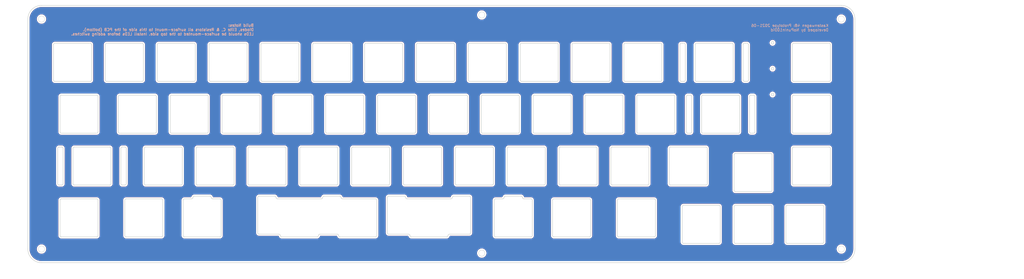
<source format=kicad_pcb>
(kicad_pcb (version 20171130) (host pcbnew "(5.1.9)-1")
  (layers (0 F.Cu signal) (31 B.Cu signal) (34 B.Paste user) (35 F.Paste user) (36 B.SilkS user) (37 F.SilkS user) (38 B.Mask user) (39 F.Mask user) (44 Edge.Cuts user))
  (net 0 "")
  (module MX_plate_cutouts:MX_7.00u_Reverse_1.00u_2.75u_2.25u_1.00u (layer F.Cu) (at 130.175 82.55)
    (fp_text reference REF**)
    (fp_text value "MX_7.00u Reverse 1.00u 2.75u 2.25u 1.00u")
    (fp_line (start 61.025 -7) (end 63.65 -7) (layer Edge.Cuts) (width 0.2))
    (fp_line (start -63.65 -7) (end -61.05 -7) (layer Edge.Cuts) (width 0.2))
    (fp_line (start -54.3 -8) (end -60.05 -8) (layer Edge.Cuts) (width 0.2))
    (fp_line (start 11.38075 6) (end 18.69375 6) (layer Edge.Cuts) (width 0.2))
    (fp_line (start 11.38075 -8) (end 17.13075 -8) (layer Edge.Cuts) (width 0.2))
    (fp_line (start 35.25675 -8) (end 41.00675 -8) (layer Edge.Cuts) (width 0.2))
    (fp_line (start 10.88075 -7.5) (end 10.88075 5.5) (layer Edge.Cuts) (width 0.2))
    (fp_line (start 41.50675 -7.5) (end 41.50675 5.5) (layer Edge.Cuts) (width 0.2))
    (fp_line (start 18.13075 -7) (end 34.25675 -7) (layer Edge.Cuts) (width 0.2))
    (fp_line (start 32.69375 7) (end 19.69375 7) (layer Edge.Cuts) (width 0.2))
    (fp_line (start 33.69375 6) (end 41.00675 6) (layer Edge.Cuts) (width 0.2))
    (fp_line (start -64.15 -6.5) (end -64.15 6.5) (layer Edge.Cuts) (width 0.2))
    (fp_line (start -50.15 6.5) (end -50.15 -6.5) (layer Edge.Cuts) (width 0.2))
    (fp_line (start -53.3 -7) (end -50.65 -7) (layer Edge.Cuts) (width 0.2))
    (fp_line (start 6.5 7) (end -6.5 7) (layer Edge.Cuts) (width 0.2))
    (fp_line (start 7 6.5) (end 7 -6.5) (layer Edge.Cuts) (width 0.2))
    (fp_line (start -5.61825 -7) (end 6.5 -7) (layer Edge.Cuts) (width 0.2))
    (fp_line (start 54.275 -8) (end 60.025 -8) (layer Edge.Cuts) (width 0.2))
    (fp_line (start 64.15 6.5) (end 64.15 -6.5) (layer Edge.Cuts) (width 0.2))
    (fp_line (start 50.15 -6.5) (end 50.15 6.5) (layer Edge.Cuts) (width 0.2))
    (fp_line (start 50.65 -7) (end 53.275 -7) (layer Edge.Cuts) (width 0.2))
    (fp_line (start 63.65 7) (end 50.65 7) (layer Edge.Cuts) (width 0.2))
    (fp_line (start -36.24425 6) (end -28.93125 6) (layer Edge.Cuts) (width 0.2))
    (fp_line (start -36.24425 -8) (end -30.49425 -8) (layer Edge.Cuts) (width 0.2))
    (fp_line (start -29.49425 -7) (end -13.36825 -7) (layer Edge.Cuts) (width 0.2))
    (fp_line (start -36.74425 -7.5) (end -36.74425 5.5) (layer Edge.Cuts) (width 0.2))
    (fp_line (start -14.93125 7) (end -27.93125 7) (layer Edge.Cuts) (width 0.2))
    (fp_line (start -12.36825 -8) (end -6.61825 -8) (layer Edge.Cuts) (width 0.2))
    (fp_line (start -13.93125 6) (end -7.5 6) (layer Edge.Cuts) (width 0.2))
    (fp_line (start -50.65 7) (end -63.65 7) (layer Edge.Cuts) (width 0.2))
    (fp_arc (start -53.3 -7.5) (end -53.8 -7.5) (angle -90) (layer Edge.Cuts) (width 0.2))
    (fp_arc (start -60.05 -7.5) (end -60.05 -8) (angle -90) (layer Edge.Cuts) (width 0.2))
    (fp_arc (start -61.05 -7.5) (end -61.05 -7) (angle -90) (layer Edge.Cuts) (width 0.2))
    (fp_arc (start -54.3 -7.5) (end -53.8 -7.5) (angle -90) (layer Edge.Cuts) (width 0.2))
    (fp_arc (start -6.61825 -7.5) (end -6.11825 -7.5) (angle -90) (layer Edge.Cuts) (width 0.2))
    (fp_arc (start -6.5 6.5) (end -7 6.5) (angle -90) (layer Edge.Cuts) (width 0.2))
    (fp_arc (start 53.275 -7.5) (end 53.275 -7) (angle -90) (layer Edge.Cuts) (width 0.2))
    (fp_arc (start 61.025 -7.5) (end 60.525 -7.5) (angle -90) (layer Edge.Cuts) (width 0.2))
    (fp_arc (start -29.49425 -7.5) (end -29.99425 -7.5) (angle -90) (layer Edge.Cuts) (width 0.2))
    (fp_arc (start -14.93125 6.5) (end -14.93125 7) (angle -90) (layer Edge.Cuts) (width 0.2))
    (fp_arc (start -13.36825 -7.5) (end -13.36825 -7) (angle -90) (layer Edge.Cuts) (width 0.2))
    (fp_arc (start -27.93125 6.5) (end -28.43125 6.5) (angle -90) (layer Edge.Cuts) (width 0.2))
    (fp_arc (start -36.24425 -7.5) (end -36.24425 -8) (angle -90) (layer Edge.Cuts) (width 0.2))
    (fp_arc (start -28.93125 6.5) (end -28.43125 6.5) (angle -90) (layer Edge.Cuts) (width 0.2))
    (fp_arc (start -36.24425 5.5) (end -36.74425 5.5) (angle -90) (layer Edge.Cuts) (width 0.2))
    (fp_arc (start -12.36825 -7.5) (end -12.36825 -8) (angle -90) (layer Edge.Cuts) (width 0.2))
    (fp_arc (start -7.5 6.5) (end -7 6.5) (angle -90) (layer Edge.Cuts) (width 0.2))
    (fp_arc (start -30.49425 -7.5) (end -29.99425 -7.5) (angle -90) (layer Edge.Cuts) (width 0.2))
    (fp_arc (start -13.93125 6.5) (end -13.93125 6) (angle -90) (layer Edge.Cuts) (width 0.2))
    (fp_arc (start 35.25675 -7.5) (end 35.25675 -8) (angle -90) (layer Edge.Cuts) (width 0.2))
    (fp_arc (start 11.38075 5.5) (end 10.88075 5.5) (angle -90) (layer Edge.Cuts) (width 0.2))
    (fp_arc (start 18.69375 6.5) (end 19.19375 6.5) (angle -90) (layer Edge.Cuts) (width 0.2))
    (fp_arc (start 41.00675 5.5) (end 41.00675 6) (angle -90) (layer Edge.Cuts) (width 0.2))
    (fp_arc (start 11.38075 -7.5) (end 11.38075 -8) (angle -90) (layer Edge.Cuts) (width 0.2))
    (fp_arc (start 32.69375 6.5) (end 32.69375 7) (angle -90) (layer Edge.Cuts) (width 0.2))
    (fp_arc (start 17.13075 -7.5) (end 17.63075 -7.5) (angle -90) (layer Edge.Cuts) (width 0.2))
    (fp_arc (start 18.13075 -7.5) (end 17.63075 -7.5) (angle -90) (layer Edge.Cuts) (width 0.2))
    (fp_arc (start 34.25675 -7.5) (end 34.25675 -7) (angle -90) (layer Edge.Cuts) (width 0.2))
    (fp_arc (start 19.69375 6.5) (end 19.19375 6.5) (angle -90) (layer Edge.Cuts) (width 0.2))
    (fp_arc (start 41.00675 -7.5) (end 41.50675 -7.5) (angle -90) (layer Edge.Cuts) (width 0.2))
    (fp_arc (start 33.69375 6.5) (end 33.69375 6) (angle -90) (layer Edge.Cuts) (width 0.2))
    (fp_arc (start 50.65 -6.5) (end 50.65 -7) (angle -90) (layer Edge.Cuts) (width 0.2))
    (fp_arc (start 63.65 6.5) (end 63.65 7) (angle -90) (layer Edge.Cuts) (width 0.2))
    (fp_arc (start 50.65 6.5) (end 50.15 6.5) (angle -90) (layer Edge.Cuts) (width 0.2))
    (fp_arc (start 63.65 -6.5) (end 64.15 -6.5) (angle -90) (layer Edge.Cuts) (width 0.2))
    (fp_arc (start -50.65 -6.5) (end -50.15 -6.5) (angle -90) (layer Edge.Cuts) (width 0.2))
    (fp_arc (start -63.65 6.5) (end -64.15 6.5) (angle -90) (layer Edge.Cuts) (width 0.2))
    (fp_arc (start -63.65 -6.5) (end -63.65 -7) (angle -90) (layer Edge.Cuts) (width 0.2))
    (fp_arc (start -50.65 6.5) (end -50.65 7) (angle -90) (layer Edge.Cuts) (width 0.2))
    (fp_arc (start 60.025 -7.5) (end 60.525 -7.5) (angle -90) (layer Edge.Cuts) (width 0.2))
    (fp_arc (start 54.275 -7.5) (end 54.275 -8) (angle -90) (layer Edge.Cuts) (width 0.2))
    (fp_arc (start 6.5 -6.5) (end 7 -6.5) (angle -90) (layer Edge.Cuts) (width 0.2))
    (fp_arc (start 6.5 6.5) (end 6.5 7) (angle -90) (layer Edge.Cuts) (width 0.2))
    (fp_arc (start -5.61825 -7.5) (end -6.11825 -7.5) (angle -90) (layer Edge.Cuts) (width 0.2))
  )
  (module MX_plate_cutouts:MX_1.00u_Cutout (layer F.Cu) (at 296.8625 25.4)
    (fp_text reference REF**)
    (fp_text value "MX_1.00u Cutout")
    (fp_line (start -6.5 -7) (end 6.5 -7) (layer Edge.Cuts) (width 0.2))
    (fp_line (start -7 -6.5) (end -7 6.5) (layer Edge.Cuts) (width 0.2))
    (fp_line (start 7 6.5) (end 7 -6.5) (layer Edge.Cuts) (width 0.2))
    (fp_line (start 6.5 7) (end -6.5 7) (layer Edge.Cuts) (width 0.2))
    (fp_arc (start -6.5 6.5) (end -7 6.5) (angle -90) (layer Edge.Cuts) (width 0.2))
    (fp_arc (start 6.5 -6.5) (end 7 -6.5) (angle -90) (layer Edge.Cuts) (width 0.2))
    (fp_arc (start 6.5 6.5) (end 6.5 7) (angle -90) (layer Edge.Cuts) (width 0.2))
    (fp_arc (start -6.5 -6.5) (end -6.5 -7) (angle -90) (layer Edge.Cuts) (width 0.2))
  )
  (module MX_plate_cutouts:MX_1.00u_Cutout (layer F.Cu) (at 296.8625 44.45)
    (fp_text reference REF**)
    (fp_text value "MX_1.00u Cutout")
    (fp_line (start -6.5 -7) (end 6.5 -7) (layer Edge.Cuts) (width 0.2))
    (fp_line (start -7 -6.5) (end -7 6.5) (layer Edge.Cuts) (width 0.2))
    (fp_line (start 7 6.5) (end 7 -6.5) (layer Edge.Cuts) (width 0.2))
    (fp_line (start 6.5 7) (end -6.5 7) (layer Edge.Cuts) (width 0.2))
    (fp_arc (start -6.5 6.5) (end -7 6.5) (angle -90) (layer Edge.Cuts) (width 0.2))
    (fp_arc (start 6.5 -6.5) (end 7 -6.5) (angle -90) (layer Edge.Cuts) (width 0.2))
    (fp_arc (start 6.5 6.5) (end 6.5 7) (angle -90) (layer Edge.Cuts) (width 0.2))
    (fp_arc (start -6.5 -6.5) (end -6.5 -7) (angle -90) (layer Edge.Cuts) (width 0.2))
  )
  (module MX_plate_cutouts:MX_1.00u_Cutout (layer F.Cu) (at 296.8625 63.5)
    (fp_text reference REF**)
    (fp_text value "MX_1.00u Cutout")
    (fp_line (start -6.5 -7) (end 6.5 -7) (layer Edge.Cuts) (width 0.2))
    (fp_line (start -7 -6.5) (end -7 6.5) (layer Edge.Cuts) (width 0.2))
    (fp_line (start 7 6.5) (end 7 -6.5) (layer Edge.Cuts) (width 0.2))
    (fp_line (start 6.5 7) (end -6.5 7) (layer Edge.Cuts) (width 0.2))
    (fp_arc (start -6.5 6.5) (end -7 6.5) (angle -90) (layer Edge.Cuts) (width 0.2))
    (fp_arc (start 6.5 -6.5) (end 7 -6.5) (angle -90) (layer Edge.Cuts) (width 0.2))
    (fp_arc (start 6.5 6.5) (end 6.5 7) (angle -90) (layer Edge.Cuts) (width 0.2))
    (fp_arc (start -6.5 -6.5) (end -6.5 -7) (angle -90) (layer Edge.Cuts) (width 0.2))
  )
  (module MX_plate_cutouts:MX_1.00u_Cutout (layer F.Cu) (at 294.48125 84.93125)
    (fp_text reference REF**)
    (fp_text value "MX_1.00u Cutout")
    (fp_line (start -6.5 -7) (end 6.5 -7) (layer Edge.Cuts) (width 0.2))
    (fp_line (start -7 -6.5) (end -7 6.5) (layer Edge.Cuts) (width 0.2))
    (fp_line (start 7 6.5) (end 7 -6.5) (layer Edge.Cuts) (width 0.2))
    (fp_line (start 6.5 7) (end -6.5 7) (layer Edge.Cuts) (width 0.2))
    (fp_arc (start -6.5 6.5) (end -7 6.5) (angle -90) (layer Edge.Cuts) (width 0.2))
    (fp_arc (start 6.5 -6.5) (end 7 -6.5) (angle -90) (layer Edge.Cuts) (width 0.2))
    (fp_arc (start 6.5 6.5) (end 6.5 7) (angle -90) (layer Edge.Cuts) (width 0.2))
    (fp_arc (start -6.5 -6.5) (end -6.5 -7) (angle -90) (layer Edge.Cuts) (width 0.2))
  )
  (module MX_plate_cutouts:MX_1.00u_Cutout (layer F.Cu) (at 256.38125 84.93125)
    (fp_text reference REF**)
    (fp_text value "MX_1.00u Cutout")
    (fp_line (start -6.5 -7) (end 6.5 -7) (layer Edge.Cuts) (width 0.2))
    (fp_line (start -7 -6.5) (end -7 6.5) (layer Edge.Cuts) (width 0.2))
    (fp_line (start 7 6.5) (end 7 -6.5) (layer Edge.Cuts) (width 0.2))
    (fp_line (start 6.5 7) (end -6.5 7) (layer Edge.Cuts) (width 0.2))
    (fp_arc (start -6.5 6.5) (end -7 6.5) (angle -90) (layer Edge.Cuts) (width 0.2))
    (fp_arc (start 6.5 -6.5) (end 7 -6.5) (angle -90) (layer Edge.Cuts) (width 0.2))
    (fp_arc (start 6.5 6.5) (end 6.5 7) (angle -90) (layer Edge.Cuts) (width 0.2))
    (fp_arc (start -6.5 -6.5) (end -6.5 -7) (angle -90) (layer Edge.Cuts) (width 0.2))
  )
  (module MX_plate_cutouts:MX_1.00u_Cutout (layer F.Cu) (at 275.43125 84.93125)
    (fp_text reference REF**)
    (fp_text value "MX_1.00u Cutout")
    (fp_line (start -6.5 -7) (end 6.5 -7) (layer Edge.Cuts) (width 0.2))
    (fp_line (start -7 -6.5) (end -7 6.5) (layer Edge.Cuts) (width 0.2))
    (fp_line (start 7 6.5) (end 7 -6.5) (layer Edge.Cuts) (width 0.2))
    (fp_line (start 6.5 7) (end -6.5 7) (layer Edge.Cuts) (width 0.2))
    (fp_arc (start -6.5 6.5) (end -7 6.5) (angle -90) (layer Edge.Cuts) (width 0.2))
    (fp_arc (start 6.5 -6.5) (end 7 -6.5) (angle -90) (layer Edge.Cuts) (width 0.2))
    (fp_arc (start 6.5 6.5) (end 6.5 7) (angle -90) (layer Edge.Cuts) (width 0.2))
    (fp_arc (start -6.5 -6.5) (end -6.5 -7) (angle -90) (layer Edge.Cuts) (width 0.2))
  )
  (module MX_plate_cutouts:MX_1.00u_Cutout (layer F.Cu) (at 275.43125 65.88125)
    (fp_text reference REF**)
    (fp_text value "MX_1.00u Cutout")
    (fp_line (start -6.5 -7) (end 6.5 -7) (layer Edge.Cuts) (width 0.2))
    (fp_line (start -7 -6.5) (end -7 6.5) (layer Edge.Cuts) (width 0.2))
    (fp_line (start 7 6.5) (end 7 -6.5) (layer Edge.Cuts) (width 0.2))
    (fp_line (start 6.5 7) (end -6.5 7) (layer Edge.Cuts) (width 0.2))
    (fp_arc (start -6.5 6.5) (end -7 6.5) (angle -90) (layer Edge.Cuts) (width 0.2))
    (fp_arc (start 6.5 -6.5) (end 7 -6.5) (angle -90) (layer Edge.Cuts) (width 0.2))
    (fp_arc (start 6.5 6.5) (end 6.5 7) (angle -90) (layer Edge.Cuts) (width 0.2))
    (fp_arc (start -6.5 -6.5) (end -6.5 -7) (angle -90) (layer Edge.Cuts) (width 0.2))
  )
  (module MX_plate_cutouts:MX_1.25u_Cutout (layer F.Cu) (at 208.75625 82.55)
    (fp_text reference REF**)
    (fp_text value "MX_1.25u Cutout")
    (fp_line (start 6.5 7) (end -6.5 7) (layer Edge.Cuts) (width 0.2))
    (fp_line (start 7 6.5) (end 7 -6.5) (layer Edge.Cuts) (width 0.2))
    (fp_line (start -7 -6.5) (end -7 6.5) (layer Edge.Cuts) (width 0.2))
    (fp_line (start -6.5 -7) (end 6.5 -7) (layer Edge.Cuts) (width 0.2))
    (fp_arc (start -6.5 6.5) (end -7 6.5) (angle -90) (layer Edge.Cuts) (width 0.2))
    (fp_arc (start 6.5 -6.5) (end 7 -6.5) (angle -90) (layer Edge.Cuts) (width 0.2))
    (fp_arc (start 6.5 6.5) (end 6.5 7) (angle -90) (layer Edge.Cuts) (width 0.2))
    (fp_arc (start -6.5 -6.5) (end -6.5 -7) (angle -90) (layer Edge.Cuts) (width 0.2))
  )
  (module MX_plate_cutouts:MX_1.25u_Cutout (layer F.Cu) (at 232.56875 82.55)
    (fp_text reference REF**)
    (fp_text value "MX_1.25u Cutout")
    (fp_line (start 6.5 7) (end -6.5 7) (layer Edge.Cuts) (width 0.2))
    (fp_line (start 7 6.5) (end 7 -6.5) (layer Edge.Cuts) (width 0.2))
    (fp_line (start -7 -6.5) (end -7 6.5) (layer Edge.Cuts) (width 0.2))
    (fp_line (start -6.5 -7) (end 6.5 -7) (layer Edge.Cuts) (width 0.2))
    (fp_arc (start -6.5 6.5) (end -7 6.5) (angle -90) (layer Edge.Cuts) (width 0.2))
    (fp_arc (start 6.5 -6.5) (end 7 -6.5) (angle -90) (layer Edge.Cuts) (width 0.2))
    (fp_arc (start 6.5 6.5) (end 6.5 7) (angle -90) (layer Edge.Cuts) (width 0.2))
    (fp_arc (start -6.5 -6.5) (end -6.5 -7) (angle -90) (layer Edge.Cuts) (width 0.2))
  )
  (module MX_plate_cutouts:MX_1.25u_Cutout (layer F.Cu) (at 51.59375 82.55)
    (fp_text reference REF**)
    (fp_text value "MX_1.25u Cutout")
    (fp_line (start 6.5 7) (end -6.5 7) (layer Edge.Cuts) (width 0.2))
    (fp_line (start 7 6.5) (end 7 -6.5) (layer Edge.Cuts) (width 0.2))
    (fp_line (start -7 -6.5) (end -7 6.5) (layer Edge.Cuts) (width 0.2))
    (fp_line (start -6.5 -7) (end 6.5 -7) (layer Edge.Cuts) (width 0.2))
    (fp_arc (start -6.5 6.5) (end -7 6.5) (angle -90) (layer Edge.Cuts) (width 0.2))
    (fp_arc (start 6.5 -6.5) (end 7 -6.5) (angle -90) (layer Edge.Cuts) (width 0.2))
    (fp_arc (start 6.5 6.5) (end 6.5 7) (angle -90) (layer Edge.Cuts) (width 0.2))
    (fp_arc (start -6.5 -6.5) (end -6.5 -7) (angle -90) (layer Edge.Cuts) (width 0.2))
  )
  (module MX_plate_cutouts:MX_1.25u_Cutout (layer F.Cu) (at 27.78125 82.55)
    (fp_text reference REF**)
    (fp_text value "MX_1.25u Cutout")
    (fp_line (start 6.5 7) (end -6.5 7) (layer Edge.Cuts) (width 0.2))
    (fp_line (start 7 6.5) (end 7 -6.5) (layer Edge.Cuts) (width 0.2))
    (fp_line (start -7 -6.5) (end -7 6.5) (layer Edge.Cuts) (width 0.2))
    (fp_line (start -6.5 -7) (end 6.5 -7) (layer Edge.Cuts) (width 0.2))
    (fp_arc (start -6.5 6.5) (end -7 6.5) (angle -90) (layer Edge.Cuts) (width 0.2))
    (fp_arc (start 6.5 -6.5) (end 7 -6.5) (angle -90) (layer Edge.Cuts) (width 0.2))
    (fp_arc (start 6.5 6.5) (end 6.5 7) (angle -90) (layer Edge.Cuts) (width 0.2))
    (fp_arc (start -6.5 -6.5) (end -6.5 -7) (angle -90) (layer Edge.Cuts) (width 0.2))
  )
  (module MX_plate_cutouts:MX_1.25u_Cutout (layer F.Cu) (at 27.78125 44.45)
    (fp_text reference REF**)
    (fp_text value "MX_1.25u Cutout")
    (fp_line (start 6.5 7) (end -6.5 7) (layer Edge.Cuts) (width 0.2))
    (fp_line (start 7 6.5) (end 7 -6.5) (layer Edge.Cuts) (width 0.2))
    (fp_line (start -7 -6.5) (end -7 6.5) (layer Edge.Cuts) (width 0.2))
    (fp_line (start -6.5 -7) (end 6.5 -7) (layer Edge.Cuts) (width 0.2))
    (fp_arc (start -6.5 6.5) (end -7 6.5) (angle -90) (layer Edge.Cuts) (width 0.2))
    (fp_arc (start 6.5 -6.5) (end 7 -6.5) (angle -90) (layer Edge.Cuts) (width 0.2))
    (fp_arc (start 6.5 6.5) (end 6.5 7) (angle -90) (layer Edge.Cuts) (width 0.2))
    (fp_arc (start -6.5 -6.5) (end -6.5 -7) (angle -90) (layer Edge.Cuts) (width 0.2))
  )
  (module MX_plate_cutouts:MX_1.25u_Cutout (layer F.Cu) (at 251.61875 63.5)
    (fp_text reference REF**)
    (fp_text value "MX_1.25u Cutout")
    (fp_line (start 6.5 7) (end -6.5 7) (layer Edge.Cuts) (width 0.2))
    (fp_line (start 7 6.5) (end 7 -6.5) (layer Edge.Cuts) (width 0.2))
    (fp_line (start -7 -6.5) (end -7 6.5) (layer Edge.Cuts) (width 0.2))
    (fp_line (start -6.5 -7) (end 6.5 -7) (layer Edge.Cuts) (width 0.2))
    (fp_arc (start -6.5 6.5) (end -7 6.5) (angle -90) (layer Edge.Cuts) (width 0.2))
    (fp_arc (start 6.5 -6.5) (end 7 -6.5) (angle -90) (layer Edge.Cuts) (width 0.2))
    (fp_arc (start 6.5 6.5) (end 6.5 7) (angle -90) (layer Edge.Cuts) (width 0.2))
    (fp_arc (start -6.5 -6.5) (end -6.5 -7) (angle -90) (layer Edge.Cuts) (width 0.2))
  )
  (module MX_plate_cutouts:MX_1.50u_Cutout (layer F.Cu) (at 263.525 44.45)
    (fp_text reference REF**)
    (fp_text value "MX_1.50u Cutout")
    (fp_line (start 6.5 7) (end -6.5 7) (layer Edge.Cuts) (width 0.2))
    (fp_line (start 7 6.5) (end 7 -6.5) (layer Edge.Cuts) (width 0.2))
    (fp_line (start -7 -6.5) (end -7 6.5) (layer Edge.Cuts) (width 0.2))
    (fp_line (start -6.5 -7) (end 6.5 -7) (layer Edge.Cuts) (width 0.2))
    (fp_line (start -10.6 -6.5) (end -10.6 6.5) (layer Edge.Cuts) (width 0.2))
    (fp_line (start -12.6 -6.5) (end -12.6 6.5) (layer Edge.Cuts) (width 0.2))
    (fp_line (start -12.1 -7) (end -11.1 -7) (layer Edge.Cuts) (width 0.2))
    (fp_line (start -12.1 7) (end -11.1 7) (layer Edge.Cuts) (width 0.2))
    (fp_line (start 12.1 7) (end 11.1 7) (layer Edge.Cuts) (width 0.2))
    (fp_line (start 12.1 -7) (end 11.1 -7) (layer Edge.Cuts) (width 0.2))
    (fp_line (start 10.6 6.5) (end 10.6 -6.5) (layer Edge.Cuts) (width 0.2))
    (fp_line (start 12.6 6.5) (end 12.6 -6.5) (layer Edge.Cuts) (width 0.2))
    (fp_arc (start 12.1 6.5) (end 12.1 7) (angle -90) (layer Edge.Cuts) (width 0.2))
    (fp_arc (start 11.1 -6.5) (end 11.1 -7) (angle -90) (layer Edge.Cuts) (width 0.2))
    (fp_arc (start 11.1 6.5) (end 10.6 6.5) (angle -90) (layer Edge.Cuts) (width 0.2))
    (fp_arc (start 12.1 -6.5) (end 12.6 -6.5) (angle -90) (layer Edge.Cuts) (width 0.2))
    (fp_arc (start -11.1 -6.5) (end -10.6 -6.5) (angle -90) (layer Edge.Cuts) (width 0.2))
    (fp_arc (start -12.1 6.5) (end -12.6 6.5) (angle -90) (layer Edge.Cuts) (width 0.2))
    (fp_arc (start -11.1 6.5) (end -11.1 7) (angle -90) (layer Edge.Cuts) (width 0.2))
    (fp_arc (start -12.1 -6.5) (end -12.1 -7) (angle -90) (layer Edge.Cuts) (width 0.2))
    (fp_arc (start -6.5 6.5) (end -7 6.5) (angle -90) (layer Edge.Cuts) (width 0.2))
    (fp_arc (start 6.5 -6.5) (end 7 -6.5) (angle -90) (layer Edge.Cuts) (width 0.2))
    (fp_arc (start 6.5 6.5) (end 6.5 7) (angle -90) (layer Edge.Cuts) (width 0.2))
    (fp_arc (start -6.5 -6.5) (end -6.5 -7) (angle -90) (layer Edge.Cuts) (width 0.2))
  )
  (module MX_plate_cutouts:MX_1.75u_Cutout (layer F.Cu) (at 261.14375 25.4)
    (fp_text reference REF**)
    (fp_text value "MX_1.75u Cutout")
    (fp_line (start 6.5 7) (end -6.5 7) (layer Edge.Cuts) (width 0.2))
    (fp_line (start 7 6.5) (end 7 -6.5) (layer Edge.Cuts) (width 0.2))
    (fp_line (start -7 -6.5) (end -7 6.5) (layer Edge.Cuts) (width 0.2))
    (fp_line (start -6.5 -7) (end 6.5 -7) (layer Edge.Cuts) (width 0.2))
    (fp_line (start -10.6 -6.5) (end -10.6 6.5) (layer Edge.Cuts) (width 0.2))
    (fp_line (start -12.6 -6.5) (end -12.6 6.5) (layer Edge.Cuts) (width 0.2))
    (fp_line (start -12.1 -7) (end -11.1 -7) (layer Edge.Cuts) (width 0.2))
    (fp_line (start -12.1 7) (end -11.1 7) (layer Edge.Cuts) (width 0.2))
    (fp_line (start 12.1 7) (end 11.1 7) (layer Edge.Cuts) (width 0.2))
    (fp_line (start 12.1 -7) (end 11.1 -7) (layer Edge.Cuts) (width 0.2))
    (fp_line (start 10.6 6.5) (end 10.6 -6.5) (layer Edge.Cuts) (width 0.2))
    (fp_line (start 12.6 6.5) (end 12.6 -6.5) (layer Edge.Cuts) (width 0.2))
    (fp_arc (start 12.1 6.5) (end 12.1 7) (angle -90) (layer Edge.Cuts) (width 0.2))
    (fp_arc (start 11.1 -6.5) (end 11.1 -7) (angle -90) (layer Edge.Cuts) (width 0.2))
    (fp_arc (start 11.1 6.5) (end 10.6 6.5) (angle -90) (layer Edge.Cuts) (width 0.2))
    (fp_arc (start 12.1 -6.5) (end 12.6 -6.5) (angle -90) (layer Edge.Cuts) (width 0.2))
    (fp_arc (start -11.1 -6.5) (end -10.6 -6.5) (angle -90) (layer Edge.Cuts) (width 0.2))
    (fp_arc (start -12.1 6.5) (end -12.6 6.5) (angle -90) (layer Edge.Cuts) (width 0.2))
    (fp_arc (start -11.1 6.5) (end -11.1 7) (angle -90) (layer Edge.Cuts) (width 0.2))
    (fp_arc (start -12.1 -6.5) (end -12.1 -7) (angle -90) (layer Edge.Cuts) (width 0.2))
    (fp_arc (start -6.5 6.5) (end -7 6.5) (angle -90) (layer Edge.Cuts) (width 0.2))
    (fp_arc (start 6.5 -6.5) (end 7 -6.5) (angle -90) (layer Edge.Cuts) (width 0.2))
    (fp_arc (start 6.5 6.5) (end 6.5 7) (angle -90) (layer Edge.Cuts) (width 0.2))
    (fp_arc (start -6.5 -6.5) (end -6.5 -7) (angle -90) (layer Edge.Cuts) (width 0.2))
  )
  (module MX_plate_cutouts:MX_1.75u_Cutout (layer F.Cu) (at 32.54375 63.5)
    (fp_text reference REF**)
    (fp_text value "MX_1.75u Cutout")
    (fp_line (start 6.5 7) (end -6.5 7) (layer Edge.Cuts) (width 0.2))
    (fp_line (start 7 6.5) (end 7 -6.5) (layer Edge.Cuts) (width 0.2))
    (fp_line (start -7 -6.5) (end -7 6.5) (layer Edge.Cuts) (width 0.2))
    (fp_line (start -6.5 -7) (end 6.5 -7) (layer Edge.Cuts) (width 0.2))
    (fp_line (start -10.6 -6.5) (end -10.6 6.5) (layer Edge.Cuts) (width 0.2))
    (fp_line (start -12.6 -6.5) (end -12.6 6.5) (layer Edge.Cuts) (width 0.2))
    (fp_line (start -12.1 -7) (end -11.1 -7) (layer Edge.Cuts) (width 0.2))
    (fp_line (start -12.1 7) (end -11.1 7) (layer Edge.Cuts) (width 0.2))
    (fp_line (start 12.1 7) (end 11.1 7) (layer Edge.Cuts) (width 0.2))
    (fp_line (start 12.1 -7) (end 11.1 -7) (layer Edge.Cuts) (width 0.2))
    (fp_line (start 10.6 6.5) (end 10.6 -6.5) (layer Edge.Cuts) (width 0.2))
    (fp_line (start 12.6 6.5) (end 12.6 -6.5) (layer Edge.Cuts) (width 0.2))
    (fp_arc (start 12.1 6.5) (end 12.1 7) (angle -90) (layer Edge.Cuts) (width 0.2))
    (fp_arc (start 11.1 -6.5) (end 11.1 -7) (angle -90) (layer Edge.Cuts) (width 0.2))
    (fp_arc (start 11.1 6.5) (end 10.6 6.5) (angle -90) (layer Edge.Cuts) (width 0.2))
    (fp_arc (start 12.1 -6.5) (end 12.6 -6.5) (angle -90) (layer Edge.Cuts) (width 0.2))
    (fp_arc (start -11.1 -6.5) (end -10.6 -6.5) (angle -90) (layer Edge.Cuts) (width 0.2))
    (fp_arc (start -12.1 6.5) (end -12.6 6.5) (angle -90) (layer Edge.Cuts) (width 0.2))
    (fp_arc (start -11.1 6.5) (end -11.1 7) (angle -90) (layer Edge.Cuts) (width 0.2))
    (fp_arc (start -12.1 -6.5) (end -12.1 -7) (angle -90) (layer Edge.Cuts) (width 0.2))
    (fp_arc (start -6.5 6.5) (end -7 6.5) (angle -90) (layer Edge.Cuts) (width 0.2))
    (fp_arc (start 6.5 -6.5) (end 7 -6.5) (angle -90) (layer Edge.Cuts) (width 0.2))
    (fp_arc (start 6.5 6.5) (end 6.5 7) (angle -90) (layer Edge.Cuts) (width 0.2))
    (fp_arc (start -6.5 -6.5) (end -6.5 -7) (angle -90) (layer Edge.Cuts) (width 0.2))
  )
  (module MX_plate_cutouts:MX_1.00u_Cutout (layer F.Cu) (at 96.8375 63.5)
    (fp_text reference REF**)
    (fp_text value "MX_1.00u Cutout")
    (fp_line (start -6.5 -7) (end 6.5 -7) (layer Edge.Cuts) (width 0.2))
    (fp_line (start -7 -6.5) (end -7 6.5) (layer Edge.Cuts) (width 0.2))
    (fp_line (start 7 6.5) (end 7 -6.5) (layer Edge.Cuts) (width 0.2))
    (fp_line (start 6.5 7) (end -6.5 7) (layer Edge.Cuts) (width 0.2))
    (fp_arc (start -6.5 6.5) (end -7 6.5) (angle -90) (layer Edge.Cuts) (width 0.2))
    (fp_arc (start 6.5 -6.5) (end 7 -6.5) (angle -90) (layer Edge.Cuts) (width 0.2))
    (fp_arc (start 6.5 6.5) (end 6.5 7) (angle -90) (layer Edge.Cuts) (width 0.2))
    (fp_arc (start -6.5 -6.5) (end -6.5 -7) (angle -90) (layer Edge.Cuts) (width 0.2))
  )
  (module MX_plate_cutouts:MX_1.00u_Cutout (layer F.Cu) (at 77.7875 63.5)
    (fp_text reference REF**)
    (fp_text value "MX_1.00u Cutout")
    (fp_line (start -6.5 -7) (end 6.5 -7) (layer Edge.Cuts) (width 0.2))
    (fp_line (start -7 -6.5) (end -7 6.5) (layer Edge.Cuts) (width 0.2))
    (fp_line (start 7 6.5) (end 7 -6.5) (layer Edge.Cuts) (width 0.2))
    (fp_line (start 6.5 7) (end -6.5 7) (layer Edge.Cuts) (width 0.2))
    (fp_arc (start -6.5 6.5) (end -7 6.5) (angle -90) (layer Edge.Cuts) (width 0.2))
    (fp_arc (start 6.5 -6.5) (end 7 -6.5) (angle -90) (layer Edge.Cuts) (width 0.2))
    (fp_arc (start 6.5 6.5) (end 6.5 7) (angle -90) (layer Edge.Cuts) (width 0.2))
    (fp_arc (start -6.5 -6.5) (end -6.5 -7) (angle -90) (layer Edge.Cuts) (width 0.2))
  )
  (module MX_plate_cutouts:MX_1.00u_Cutout (layer F.Cu) (at 153.9875 63.5)
    (fp_text reference REF**)
    (fp_text value "MX_1.00u Cutout")
    (fp_line (start -6.5 -7) (end 6.5 -7) (layer Edge.Cuts) (width 0.2))
    (fp_line (start -7 -6.5) (end -7 6.5) (layer Edge.Cuts) (width 0.2))
    (fp_line (start 7 6.5) (end 7 -6.5) (layer Edge.Cuts) (width 0.2))
    (fp_line (start 6.5 7) (end -6.5 7) (layer Edge.Cuts) (width 0.2))
    (fp_arc (start -6.5 6.5) (end -7 6.5) (angle -90) (layer Edge.Cuts) (width 0.2))
    (fp_arc (start 6.5 -6.5) (end 7 -6.5) (angle -90) (layer Edge.Cuts) (width 0.2))
    (fp_arc (start 6.5 6.5) (end 6.5 7) (angle -90) (layer Edge.Cuts) (width 0.2))
    (fp_arc (start -6.5 -6.5) (end -6.5 -7) (angle -90) (layer Edge.Cuts) (width 0.2))
  )
  (module MX_plate_cutouts:MX_1.00u_Cutout (layer F.Cu) (at 115.8875 63.5)
    (fp_text reference REF**)
    (fp_text value "MX_1.00u Cutout")
    (fp_line (start -6.5 -7) (end 6.5 -7) (layer Edge.Cuts) (width 0.2))
    (fp_line (start -7 -6.5) (end -7 6.5) (layer Edge.Cuts) (width 0.2))
    (fp_line (start 7 6.5) (end 7 -6.5) (layer Edge.Cuts) (width 0.2))
    (fp_line (start 6.5 7) (end -6.5 7) (layer Edge.Cuts) (width 0.2))
    (fp_arc (start -6.5 6.5) (end -7 6.5) (angle -90) (layer Edge.Cuts) (width 0.2))
    (fp_arc (start 6.5 -6.5) (end 7 -6.5) (angle -90) (layer Edge.Cuts) (width 0.2))
    (fp_arc (start 6.5 6.5) (end 6.5 7) (angle -90) (layer Edge.Cuts) (width 0.2))
    (fp_arc (start -6.5 -6.5) (end -6.5 -7) (angle -90) (layer Edge.Cuts) (width 0.2))
  )
  (module MX_plate_cutouts:MX_1.00u_Cutout (layer F.Cu) (at 134.9375 63.5)
    (fp_text reference REF**)
    (fp_text value "MX_1.00u Cutout")
    (fp_line (start -6.5 -7) (end 6.5 -7) (layer Edge.Cuts) (width 0.2))
    (fp_line (start -7 -6.5) (end -7 6.5) (layer Edge.Cuts) (width 0.2))
    (fp_line (start 7 6.5) (end 7 -6.5) (layer Edge.Cuts) (width 0.2))
    (fp_line (start 6.5 7) (end -6.5 7) (layer Edge.Cuts) (width 0.2))
    (fp_arc (start -6.5 6.5) (end -7 6.5) (angle -90) (layer Edge.Cuts) (width 0.2))
    (fp_arc (start 6.5 -6.5) (end 7 -6.5) (angle -90) (layer Edge.Cuts) (width 0.2))
    (fp_arc (start 6.5 6.5) (end 6.5 7) (angle -90) (layer Edge.Cuts) (width 0.2))
    (fp_arc (start -6.5 -6.5) (end -6.5 -7) (angle -90) (layer Edge.Cuts) (width 0.2))
  )
  (module MX_plate_cutouts:MX_1.00u_Cutout (layer F.Cu) (at 173.0375 63.5)
    (fp_text reference REF**)
    (fp_text value "MX_1.00u Cutout")
    (fp_line (start -6.5 -7) (end 6.5 -7) (layer Edge.Cuts) (width 0.2))
    (fp_line (start -7 -6.5) (end -7 6.5) (layer Edge.Cuts) (width 0.2))
    (fp_line (start 7 6.5) (end 7 -6.5) (layer Edge.Cuts) (width 0.2))
    (fp_line (start 6.5 7) (end -6.5 7) (layer Edge.Cuts) (width 0.2))
    (fp_arc (start -6.5 6.5) (end -7 6.5) (angle -90) (layer Edge.Cuts) (width 0.2))
    (fp_arc (start 6.5 -6.5) (end 7 -6.5) (angle -90) (layer Edge.Cuts) (width 0.2))
    (fp_arc (start 6.5 6.5) (end 6.5 7) (angle -90) (layer Edge.Cuts) (width 0.2))
    (fp_arc (start -6.5 -6.5) (end -6.5 -7) (angle -90) (layer Edge.Cuts) (width 0.2))
  )
  (module MX_plate_cutouts:MX_1.00u_Cutout (layer F.Cu) (at 211.1375 63.5)
    (fp_text reference REF**)
    (fp_text value "MX_1.00u Cutout")
    (fp_line (start -6.5 -7) (end 6.5 -7) (layer Edge.Cuts) (width 0.2))
    (fp_line (start -7 -6.5) (end -7 6.5) (layer Edge.Cuts) (width 0.2))
    (fp_line (start 7 6.5) (end 7 -6.5) (layer Edge.Cuts) (width 0.2))
    (fp_line (start 6.5 7) (end -6.5 7) (layer Edge.Cuts) (width 0.2))
    (fp_arc (start -6.5 6.5) (end -7 6.5) (angle -90) (layer Edge.Cuts) (width 0.2))
    (fp_arc (start 6.5 -6.5) (end 7 -6.5) (angle -90) (layer Edge.Cuts) (width 0.2))
    (fp_arc (start 6.5 6.5) (end 6.5 7) (angle -90) (layer Edge.Cuts) (width 0.2))
    (fp_arc (start -6.5 -6.5) (end -6.5 -7) (angle -90) (layer Edge.Cuts) (width 0.2))
  )
  (module MX_plate_cutouts:MX_1.00u_Cutout (layer F.Cu) (at 192.0875 63.5)
    (fp_text reference REF**)
    (fp_text value "MX_1.00u Cutout")
    (fp_line (start -6.5 -7) (end 6.5 -7) (layer Edge.Cuts) (width 0.2))
    (fp_line (start -7 -6.5) (end -7 6.5) (layer Edge.Cuts) (width 0.2))
    (fp_line (start 7 6.5) (end 7 -6.5) (layer Edge.Cuts) (width 0.2))
    (fp_line (start 6.5 7) (end -6.5 7) (layer Edge.Cuts) (width 0.2))
    (fp_arc (start -6.5 6.5) (end -7 6.5) (angle -90) (layer Edge.Cuts) (width 0.2))
    (fp_arc (start 6.5 -6.5) (end 7 -6.5) (angle -90) (layer Edge.Cuts) (width 0.2))
    (fp_arc (start 6.5 6.5) (end 6.5 7) (angle -90) (layer Edge.Cuts) (width 0.2))
    (fp_arc (start -6.5 -6.5) (end -6.5 -7) (angle -90) (layer Edge.Cuts) (width 0.2))
  )
  (module MX_plate_cutouts:MX_1.00u_Cutout (layer F.Cu) (at 58.7375 63.5)
    (fp_text reference REF**)
    (fp_text value "MX_1.00u Cutout")
    (fp_line (start -6.5 -7) (end 6.5 -7) (layer Edge.Cuts) (width 0.2))
    (fp_line (start -7 -6.5) (end -7 6.5) (layer Edge.Cuts) (width 0.2))
    (fp_line (start 7 6.5) (end 7 -6.5) (layer Edge.Cuts) (width 0.2))
    (fp_line (start 6.5 7) (end -6.5 7) (layer Edge.Cuts) (width 0.2))
    (fp_arc (start -6.5 6.5) (end -7 6.5) (angle -90) (layer Edge.Cuts) (width 0.2))
    (fp_arc (start 6.5 -6.5) (end 7 -6.5) (angle -90) (layer Edge.Cuts) (width 0.2))
    (fp_arc (start 6.5 6.5) (end 6.5 7) (angle -90) (layer Edge.Cuts) (width 0.2))
    (fp_arc (start -6.5 -6.5) (end -6.5 -7) (angle -90) (layer Edge.Cuts) (width 0.2))
  )
  (module MX_plate_cutouts:MX_1.00u_Cutout (layer F.Cu) (at 230.1875 63.5)
    (fp_text reference REF**)
    (fp_text value "MX_1.00u Cutout")
    (fp_line (start -6.5 -7) (end 6.5 -7) (layer Edge.Cuts) (width 0.2))
    (fp_line (start -7 -6.5) (end -7 6.5) (layer Edge.Cuts) (width 0.2))
    (fp_line (start 7 6.5) (end 7 -6.5) (layer Edge.Cuts) (width 0.2))
    (fp_line (start 6.5 7) (end -6.5 7) (layer Edge.Cuts) (width 0.2))
    (fp_arc (start -6.5 6.5) (end -7 6.5) (angle -90) (layer Edge.Cuts) (width 0.2))
    (fp_arc (start 6.5 -6.5) (end 7 -6.5) (angle -90) (layer Edge.Cuts) (width 0.2))
    (fp_arc (start 6.5 6.5) (end 6.5 7) (angle -90) (layer Edge.Cuts) (width 0.2))
    (fp_arc (start -6.5 -6.5) (end -6.5 -7) (angle -90) (layer Edge.Cuts) (width 0.2))
  )
  (module MX_plate_cutouts:MX_1.00u_Cutout (layer F.Cu) (at 220.6625 44.45)
    (fp_text reference REF**)
    (fp_text value "MX_1.00u Cutout")
    (fp_line (start -6.5 -7) (end 6.5 -7) (layer Edge.Cuts) (width 0.2))
    (fp_line (start -7 -6.5) (end -7 6.5) (layer Edge.Cuts) (width 0.2))
    (fp_line (start 7 6.5) (end 7 -6.5) (layer Edge.Cuts) (width 0.2))
    (fp_line (start 6.5 7) (end -6.5 7) (layer Edge.Cuts) (width 0.2))
    (fp_arc (start -6.5 6.5) (end -7 6.5) (angle -90) (layer Edge.Cuts) (width 0.2))
    (fp_arc (start 6.5 -6.5) (end 7 -6.5) (angle -90) (layer Edge.Cuts) (width 0.2))
    (fp_arc (start 6.5 6.5) (end 6.5 7) (angle -90) (layer Edge.Cuts) (width 0.2))
    (fp_arc (start -6.5 -6.5) (end -6.5 -7) (angle -90) (layer Edge.Cuts) (width 0.2))
  )
  (module MX_plate_cutouts:MX_1.00u_Cutout (layer F.Cu) (at 182.5625 44.45)
    (fp_text reference REF**)
    (fp_text value "MX_1.00u Cutout")
    (fp_line (start -6.5 -7) (end 6.5 -7) (layer Edge.Cuts) (width 0.2))
    (fp_line (start -7 -6.5) (end -7 6.5) (layer Edge.Cuts) (width 0.2))
    (fp_line (start 7 6.5) (end 7 -6.5) (layer Edge.Cuts) (width 0.2))
    (fp_line (start 6.5 7) (end -6.5 7) (layer Edge.Cuts) (width 0.2))
    (fp_arc (start -6.5 6.5) (end -7 6.5) (angle -90) (layer Edge.Cuts) (width 0.2))
    (fp_arc (start 6.5 -6.5) (end 7 -6.5) (angle -90) (layer Edge.Cuts) (width 0.2))
    (fp_arc (start 6.5 6.5) (end 6.5 7) (angle -90) (layer Edge.Cuts) (width 0.2))
    (fp_arc (start -6.5 -6.5) (end -6.5 -7) (angle -90) (layer Edge.Cuts) (width 0.2))
  )
  (module MX_plate_cutouts:MX_1.00u_Cutout (layer F.Cu) (at 201.6125 44.45)
    (fp_text reference REF**)
    (fp_text value "MX_1.00u Cutout")
    (fp_line (start -6.5 -7) (end 6.5 -7) (layer Edge.Cuts) (width 0.2))
    (fp_line (start -7 -6.5) (end -7 6.5) (layer Edge.Cuts) (width 0.2))
    (fp_line (start 7 6.5) (end 7 -6.5) (layer Edge.Cuts) (width 0.2))
    (fp_line (start 6.5 7) (end -6.5 7) (layer Edge.Cuts) (width 0.2))
    (fp_arc (start -6.5 6.5) (end -7 6.5) (angle -90) (layer Edge.Cuts) (width 0.2))
    (fp_arc (start 6.5 -6.5) (end 7 -6.5) (angle -90) (layer Edge.Cuts) (width 0.2))
    (fp_arc (start 6.5 6.5) (end 6.5 7) (angle -90) (layer Edge.Cuts) (width 0.2))
    (fp_arc (start -6.5 -6.5) (end -6.5 -7) (angle -90) (layer Edge.Cuts) (width 0.2))
  )
  (module MX_plate_cutouts:MX_1.00u_Cutout (layer F.Cu) (at 239.7125 44.45)
    (fp_text reference REF**)
    (fp_text value "MX_1.00u Cutout")
    (fp_line (start -6.5 -7) (end 6.5 -7) (layer Edge.Cuts) (width 0.2))
    (fp_line (start -7 -6.5) (end -7 6.5) (layer Edge.Cuts) (width 0.2))
    (fp_line (start 7 6.5) (end 7 -6.5) (layer Edge.Cuts) (width 0.2))
    (fp_line (start 6.5 7) (end -6.5 7) (layer Edge.Cuts) (width 0.2))
    (fp_arc (start -6.5 6.5) (end -7 6.5) (angle -90) (layer Edge.Cuts) (width 0.2))
    (fp_arc (start 6.5 -6.5) (end 7 -6.5) (angle -90) (layer Edge.Cuts) (width 0.2))
    (fp_arc (start 6.5 6.5) (end 6.5 7) (angle -90) (layer Edge.Cuts) (width 0.2))
    (fp_arc (start -6.5 -6.5) (end -6.5 -7) (angle -90) (layer Edge.Cuts) (width 0.2))
  )
  (module MX_plate_cutouts:MX_1.00u_Cutout (layer F.Cu) (at 163.5125 44.45)
    (fp_text reference REF**)
    (fp_text value "MX_1.00u Cutout")
    (fp_line (start -6.5 -7) (end 6.5 -7) (layer Edge.Cuts) (width 0.2))
    (fp_line (start -7 -6.5) (end -7 6.5) (layer Edge.Cuts) (width 0.2))
    (fp_line (start 7 6.5) (end 7 -6.5) (layer Edge.Cuts) (width 0.2))
    (fp_line (start 6.5 7) (end -6.5 7) (layer Edge.Cuts) (width 0.2))
    (fp_arc (start -6.5 6.5) (end -7 6.5) (angle -90) (layer Edge.Cuts) (width 0.2))
    (fp_arc (start 6.5 -6.5) (end 7 -6.5) (angle -90) (layer Edge.Cuts) (width 0.2))
    (fp_arc (start 6.5 6.5) (end 6.5 7) (angle -90) (layer Edge.Cuts) (width 0.2))
    (fp_arc (start -6.5 -6.5) (end -6.5 -7) (angle -90) (layer Edge.Cuts) (width 0.2))
  )
  (module MX_plate_cutouts:MX_1.00u_Cutout (layer F.Cu) (at 49.2125 44.45)
    (fp_text reference REF**)
    (fp_text value "MX_1.00u Cutout")
    (fp_line (start -6.5 -7) (end 6.5 -7) (layer Edge.Cuts) (width 0.2))
    (fp_line (start -7 -6.5) (end -7 6.5) (layer Edge.Cuts) (width 0.2))
    (fp_line (start 7 6.5) (end 7 -6.5) (layer Edge.Cuts) (width 0.2))
    (fp_line (start 6.5 7) (end -6.5 7) (layer Edge.Cuts) (width 0.2))
    (fp_arc (start -6.5 6.5) (end -7 6.5) (angle -90) (layer Edge.Cuts) (width 0.2))
    (fp_arc (start 6.5 -6.5) (end 7 -6.5) (angle -90) (layer Edge.Cuts) (width 0.2))
    (fp_arc (start 6.5 6.5) (end 6.5 7) (angle -90) (layer Edge.Cuts) (width 0.2))
    (fp_arc (start -6.5 -6.5) (end -6.5 -7) (angle -90) (layer Edge.Cuts) (width 0.2))
  )
  (module MX_plate_cutouts:MX_1.00u_Cutout (layer F.Cu) (at 125.4125 44.45)
    (fp_text reference REF**)
    (fp_text value "MX_1.00u Cutout")
    (fp_line (start -6.5 -7) (end 6.5 -7) (layer Edge.Cuts) (width 0.2))
    (fp_line (start -7 -6.5) (end -7 6.5) (layer Edge.Cuts) (width 0.2))
    (fp_line (start 7 6.5) (end 7 -6.5) (layer Edge.Cuts) (width 0.2))
    (fp_line (start 6.5 7) (end -6.5 7) (layer Edge.Cuts) (width 0.2))
    (fp_arc (start -6.5 6.5) (end -7 6.5) (angle -90) (layer Edge.Cuts) (width 0.2))
    (fp_arc (start 6.5 -6.5) (end 7 -6.5) (angle -90) (layer Edge.Cuts) (width 0.2))
    (fp_arc (start 6.5 6.5) (end 6.5 7) (angle -90) (layer Edge.Cuts) (width 0.2))
    (fp_arc (start -6.5 -6.5) (end -6.5 -7) (angle -90) (layer Edge.Cuts) (width 0.2))
  )
  (module MX_plate_cutouts:MX_1.00u_Cutout (layer F.Cu) (at 144.4625 44.45)
    (fp_text reference REF**)
    (fp_text value "MX_1.00u Cutout")
    (fp_line (start -6.5 -7) (end 6.5 -7) (layer Edge.Cuts) (width 0.2))
    (fp_line (start -7 -6.5) (end -7 6.5) (layer Edge.Cuts) (width 0.2))
    (fp_line (start 7 6.5) (end 7 -6.5) (layer Edge.Cuts) (width 0.2))
    (fp_line (start 6.5 7) (end -6.5 7) (layer Edge.Cuts) (width 0.2))
    (fp_arc (start -6.5 6.5) (end -7 6.5) (angle -90) (layer Edge.Cuts) (width 0.2))
    (fp_arc (start 6.5 -6.5) (end 7 -6.5) (angle -90) (layer Edge.Cuts) (width 0.2))
    (fp_arc (start 6.5 6.5) (end 6.5 7) (angle -90) (layer Edge.Cuts) (width 0.2))
    (fp_arc (start -6.5 -6.5) (end -6.5 -7) (angle -90) (layer Edge.Cuts) (width 0.2))
  )
  (module MX_plate_cutouts:MX_1.00u_Cutout (layer F.Cu) (at 106.3625 44.45)
    (fp_text reference REF**)
    (fp_text value "MX_1.00u Cutout")
    (fp_line (start -6.5 -7) (end 6.5 -7) (layer Edge.Cuts) (width 0.2))
    (fp_line (start -7 -6.5) (end -7 6.5) (layer Edge.Cuts) (width 0.2))
    (fp_line (start 7 6.5) (end 7 -6.5) (layer Edge.Cuts) (width 0.2))
    (fp_line (start 6.5 7) (end -6.5 7) (layer Edge.Cuts) (width 0.2))
    (fp_arc (start -6.5 6.5) (end -7 6.5) (angle -90) (layer Edge.Cuts) (width 0.2))
    (fp_arc (start 6.5 -6.5) (end 7 -6.5) (angle -90) (layer Edge.Cuts) (width 0.2))
    (fp_arc (start 6.5 6.5) (end 6.5 7) (angle -90) (layer Edge.Cuts) (width 0.2))
    (fp_arc (start -6.5 -6.5) (end -6.5 -7) (angle -90) (layer Edge.Cuts) (width 0.2))
  )
  (module MX_plate_cutouts:MX_1.00u_Cutout (layer F.Cu) (at 87.3125 44.45)
    (fp_text reference REF**)
    (fp_text value "MX_1.00u Cutout")
    (fp_line (start -6.5 -7) (end 6.5 -7) (layer Edge.Cuts) (width 0.2))
    (fp_line (start -7 -6.5) (end -7 6.5) (layer Edge.Cuts) (width 0.2))
    (fp_line (start 7 6.5) (end 7 -6.5) (layer Edge.Cuts) (width 0.2))
    (fp_line (start 6.5 7) (end -6.5 7) (layer Edge.Cuts) (width 0.2))
    (fp_arc (start -6.5 6.5) (end -7 6.5) (angle -90) (layer Edge.Cuts) (width 0.2))
    (fp_arc (start 6.5 -6.5) (end 7 -6.5) (angle -90) (layer Edge.Cuts) (width 0.2))
    (fp_arc (start 6.5 6.5) (end 6.5 7) (angle -90) (layer Edge.Cuts) (width 0.2))
    (fp_arc (start -6.5 -6.5) (end -6.5 -7) (angle -90) (layer Edge.Cuts) (width 0.2))
  )
  (module MX_plate_cutouts:MX_1.00u_Cutout (layer F.Cu) (at 68.2625 44.45)
    (fp_text reference REF**)
    (fp_text value "MX_1.00u Cutout")
    (fp_line (start -6.5 -7) (end 6.5 -7) (layer Edge.Cuts) (width 0.2))
    (fp_line (start -7 -6.5) (end -7 6.5) (layer Edge.Cuts) (width 0.2))
    (fp_line (start 7 6.5) (end 7 -6.5) (layer Edge.Cuts) (width 0.2))
    (fp_line (start 6.5 7) (end -6.5 7) (layer Edge.Cuts) (width 0.2))
    (fp_arc (start -6.5 6.5) (end -7 6.5) (angle -90) (layer Edge.Cuts) (width 0.2))
    (fp_arc (start 6.5 -6.5) (end 7 -6.5) (angle -90) (layer Edge.Cuts) (width 0.2))
    (fp_arc (start 6.5 6.5) (end 6.5 7) (angle -90) (layer Edge.Cuts) (width 0.2))
    (fp_arc (start -6.5 -6.5) (end -6.5 -7) (angle -90) (layer Edge.Cuts) (width 0.2))
  )
  (module MX_plate_cutouts:MX_1.00u_Cutout (layer F.Cu) (at 196.85 25.4)
    (fp_text reference REF**)
    (fp_text value "MX_1.00u Cutout")
    (fp_line (start -6.5 -7) (end 6.5 -7) (layer Edge.Cuts) (width 0.2))
    (fp_line (start -7 -6.5) (end -7 6.5) (layer Edge.Cuts) (width 0.2))
    (fp_line (start 7 6.5) (end 7 -6.5) (layer Edge.Cuts) (width 0.2))
    (fp_line (start 6.5 7) (end -6.5 7) (layer Edge.Cuts) (width 0.2))
    (fp_arc (start -6.5 6.5) (end -7 6.5) (angle -90) (layer Edge.Cuts) (width 0.2))
    (fp_arc (start 6.5 -6.5) (end 7 -6.5) (angle -90) (layer Edge.Cuts) (width 0.2))
    (fp_arc (start 6.5 6.5) (end 6.5 7) (angle -90) (layer Edge.Cuts) (width 0.2))
    (fp_arc (start -6.5 -6.5) (end -6.5 -7) (angle -90) (layer Edge.Cuts) (width 0.2))
  )
  (module MX_plate_cutouts:MX_1.00u_Cutout (layer F.Cu) (at 234.95 25.4)
    (fp_text reference REF**)
    (fp_text value "MX_1.00u Cutout")
    (fp_line (start -6.5 -7) (end 6.5 -7) (layer Edge.Cuts) (width 0.2))
    (fp_line (start -7 -6.5) (end -7 6.5) (layer Edge.Cuts) (width 0.2))
    (fp_line (start 7 6.5) (end 7 -6.5) (layer Edge.Cuts) (width 0.2))
    (fp_line (start 6.5 7) (end -6.5 7) (layer Edge.Cuts) (width 0.2))
    (fp_arc (start -6.5 6.5) (end -7 6.5) (angle -90) (layer Edge.Cuts) (width 0.2))
    (fp_arc (start 6.5 -6.5) (end 7 -6.5) (angle -90) (layer Edge.Cuts) (width 0.2))
    (fp_arc (start 6.5 6.5) (end 6.5 7) (angle -90) (layer Edge.Cuts) (width 0.2))
    (fp_arc (start -6.5 -6.5) (end -6.5 -7) (angle -90) (layer Edge.Cuts) (width 0.2))
  )
  (module MX_plate_cutouts:MX_1.00u_Cutout (layer F.Cu) (at 215.9 25.4)
    (fp_text reference REF**)
    (fp_text value "MX_1.00u Cutout")
    (fp_line (start -6.5 -7) (end 6.5 -7) (layer Edge.Cuts) (width 0.2))
    (fp_line (start -7 -6.5) (end -7 6.5) (layer Edge.Cuts) (width 0.2))
    (fp_line (start 7 6.5) (end 7 -6.5) (layer Edge.Cuts) (width 0.2))
    (fp_line (start 6.5 7) (end -6.5 7) (layer Edge.Cuts) (width 0.2))
    (fp_arc (start -6.5 6.5) (end -7 6.5) (angle -90) (layer Edge.Cuts) (width 0.2))
    (fp_arc (start 6.5 -6.5) (end 7 -6.5) (angle -90) (layer Edge.Cuts) (width 0.2))
    (fp_arc (start 6.5 6.5) (end 6.5 7) (angle -90) (layer Edge.Cuts) (width 0.2))
    (fp_arc (start -6.5 -6.5) (end -6.5 -7) (angle -90) (layer Edge.Cuts) (width 0.2))
  )
  (module MX_plate_cutouts:MX_1.00u_Cutout (layer F.Cu) (at 177.8 25.4)
    (fp_text reference REF**)
    (fp_text value "MX_1.00u Cutout")
    (fp_line (start -6.5 -7) (end 6.5 -7) (layer Edge.Cuts) (width 0.2))
    (fp_line (start -7 -6.5) (end -7 6.5) (layer Edge.Cuts) (width 0.2))
    (fp_line (start 7 6.5) (end 7 -6.5) (layer Edge.Cuts) (width 0.2))
    (fp_line (start 6.5 7) (end -6.5 7) (layer Edge.Cuts) (width 0.2))
    (fp_arc (start -6.5 6.5) (end -7 6.5) (angle -90) (layer Edge.Cuts) (width 0.2))
    (fp_arc (start 6.5 -6.5) (end 7 -6.5) (angle -90) (layer Edge.Cuts) (width 0.2))
    (fp_arc (start 6.5 6.5) (end 6.5 7) (angle -90) (layer Edge.Cuts) (width 0.2))
    (fp_arc (start -6.5 -6.5) (end -6.5 -7) (angle -90) (layer Edge.Cuts) (width 0.2))
  )
  (module MX_plate_cutouts:MX_1.00u_Cutout (layer F.Cu) (at 120.65 25.4)
    (fp_text reference REF**)
    (fp_text value "MX_1.00u Cutout")
    (fp_line (start -6.5 -7) (end 6.5 -7) (layer Edge.Cuts) (width 0.2))
    (fp_line (start -7 -6.5) (end -7 6.5) (layer Edge.Cuts) (width 0.2))
    (fp_line (start 7 6.5) (end 7 -6.5) (layer Edge.Cuts) (width 0.2))
    (fp_line (start 6.5 7) (end -6.5 7) (layer Edge.Cuts) (width 0.2))
    (fp_arc (start -6.5 6.5) (end -7 6.5) (angle -90) (layer Edge.Cuts) (width 0.2))
    (fp_arc (start 6.5 -6.5) (end 7 -6.5) (angle -90) (layer Edge.Cuts) (width 0.2))
    (fp_arc (start 6.5 6.5) (end 6.5 7) (angle -90) (layer Edge.Cuts) (width 0.2))
    (fp_arc (start -6.5 -6.5) (end -6.5 -7) (angle -90) (layer Edge.Cuts) (width 0.2))
  )
  (module MX_plate_cutouts:MX_1.00u_Cutout (layer F.Cu) (at 158.75 25.4)
    (fp_text reference REF**)
    (fp_text value "MX_1.00u Cutout")
    (fp_line (start -6.5 -7) (end 6.5 -7) (layer Edge.Cuts) (width 0.2))
    (fp_line (start -7 -6.5) (end -7 6.5) (layer Edge.Cuts) (width 0.2))
    (fp_line (start 7 6.5) (end 7 -6.5) (layer Edge.Cuts) (width 0.2))
    (fp_line (start 6.5 7) (end -6.5 7) (layer Edge.Cuts) (width 0.2))
    (fp_arc (start -6.5 6.5) (end -7 6.5) (angle -90) (layer Edge.Cuts) (width 0.2))
    (fp_arc (start 6.5 -6.5) (end 7 -6.5) (angle -90) (layer Edge.Cuts) (width 0.2))
    (fp_arc (start 6.5 6.5) (end 6.5 7) (angle -90) (layer Edge.Cuts) (width 0.2))
    (fp_arc (start -6.5 -6.5) (end -6.5 -7) (angle -90) (layer Edge.Cuts) (width 0.2))
  )
  (module MX_plate_cutouts:MX_1.00u_Cutout (layer F.Cu) (at 139.7 25.4)
    (fp_text reference REF**)
    (fp_text value "MX_1.00u Cutout")
    (fp_line (start -6.5 -7) (end 6.5 -7) (layer Edge.Cuts) (width 0.2))
    (fp_line (start -7 -6.5) (end -7 6.5) (layer Edge.Cuts) (width 0.2))
    (fp_line (start 7 6.5) (end 7 -6.5) (layer Edge.Cuts) (width 0.2))
    (fp_line (start 6.5 7) (end -6.5 7) (layer Edge.Cuts) (width 0.2))
    (fp_arc (start -6.5 6.5) (end -7 6.5) (angle -90) (layer Edge.Cuts) (width 0.2))
    (fp_arc (start 6.5 -6.5) (end 7 -6.5) (angle -90) (layer Edge.Cuts) (width 0.2))
    (fp_arc (start 6.5 6.5) (end 6.5 7) (angle -90) (layer Edge.Cuts) (width 0.2))
    (fp_arc (start -6.5 -6.5) (end -6.5 -7) (angle -90) (layer Edge.Cuts) (width 0.2))
  )
  (module MX_plate_cutouts:MX_1.00u_Cutout (layer F.Cu) (at 101.6 25.4)
    (fp_text reference REF**)
    (fp_text value "MX_1.00u Cutout")
    (fp_line (start -6.5 -7) (end 6.5 -7) (layer Edge.Cuts) (width 0.2))
    (fp_line (start -7 -6.5) (end -7 6.5) (layer Edge.Cuts) (width 0.2))
    (fp_line (start 7 6.5) (end 7 -6.5) (layer Edge.Cuts) (width 0.2))
    (fp_line (start 6.5 7) (end -6.5 7) (layer Edge.Cuts) (width 0.2))
    (fp_arc (start -6.5 6.5) (end -7 6.5) (angle -90) (layer Edge.Cuts) (width 0.2))
    (fp_arc (start 6.5 -6.5) (end 7 -6.5) (angle -90) (layer Edge.Cuts) (width 0.2))
    (fp_arc (start 6.5 6.5) (end 6.5 7) (angle -90) (layer Edge.Cuts) (width 0.2))
    (fp_arc (start -6.5 -6.5) (end -6.5 -7) (angle -90) (layer Edge.Cuts) (width 0.2))
  )
  (module MX_plate_cutouts:MX_1.00u_Cutout (layer F.Cu) (at 82.55 25.4)
    (fp_text reference REF**)
    (fp_text value "MX_1.00u Cutout")
    (fp_line (start -6.5 -7) (end 6.5 -7) (layer Edge.Cuts) (width 0.2))
    (fp_line (start -7 -6.5) (end -7 6.5) (layer Edge.Cuts) (width 0.2))
    (fp_line (start 7 6.5) (end 7 -6.5) (layer Edge.Cuts) (width 0.2))
    (fp_line (start 6.5 7) (end -6.5 7) (layer Edge.Cuts) (width 0.2))
    (fp_arc (start -6.5 6.5) (end -7 6.5) (angle -90) (layer Edge.Cuts) (width 0.2))
    (fp_arc (start 6.5 -6.5) (end 7 -6.5) (angle -90) (layer Edge.Cuts) (width 0.2))
    (fp_arc (start 6.5 6.5) (end 6.5 7) (angle -90) (layer Edge.Cuts) (width 0.2))
    (fp_arc (start -6.5 -6.5) (end -6.5 -7) (angle -90) (layer Edge.Cuts) (width 0.2))
  )
  (module MX_plate_cutouts:MX_1.00u_Cutout (layer F.Cu) (at 63.5 25.4)
    (fp_text reference REF**)
    (fp_text value "MX_1.00u Cutout")
    (fp_line (start -6.5 -7) (end 6.5 -7) (layer Edge.Cuts) (width 0.2))
    (fp_line (start -7 -6.5) (end -7 6.5) (layer Edge.Cuts) (width 0.2))
    (fp_line (start 7 6.5) (end 7 -6.5) (layer Edge.Cuts) (width 0.2))
    (fp_line (start 6.5 7) (end -6.5 7) (layer Edge.Cuts) (width 0.2))
    (fp_arc (start -6.5 6.5) (end -7 6.5) (angle -90) (layer Edge.Cuts) (width 0.2))
    (fp_arc (start 6.5 -6.5) (end 7 -6.5) (angle -90) (layer Edge.Cuts) (width 0.2))
    (fp_arc (start 6.5 6.5) (end 6.5 7) (angle -90) (layer Edge.Cuts) (width 0.2))
    (fp_arc (start -6.5 -6.5) (end -6.5 -7) (angle -90) (layer Edge.Cuts) (width 0.2))
  )
  (module MX_plate_cutouts:MX_1.00u_Cutout (layer F.Cu) (at 44.45 25.4)
    (fp_text reference REF**)
    (fp_text value "MX_1.00u Cutout")
    (fp_line (start -6.5 -7) (end 6.5 -7) (layer Edge.Cuts) (width 0.2))
    (fp_line (start -7 -6.5) (end -7 6.5) (layer Edge.Cuts) (width 0.2))
    (fp_line (start 7 6.5) (end 7 -6.5) (layer Edge.Cuts) (width 0.2))
    (fp_line (start 6.5 7) (end -6.5 7) (layer Edge.Cuts) (width 0.2))
    (fp_arc (start -6.5 6.5) (end -7 6.5) (angle -90) (layer Edge.Cuts) (width 0.2))
    (fp_arc (start 6.5 -6.5) (end 7 -6.5) (angle -90) (layer Edge.Cuts) (width 0.2))
    (fp_arc (start 6.5 6.5) (end 6.5 7) (angle -90) (layer Edge.Cuts) (width 0.2))
    (fp_arc (start -6.5 -6.5) (end -6.5 -7) (angle -90) (layer Edge.Cuts) (width 0.2))
  )
  (module MX_plate_cutouts:MX_1.00u_Cutout (layer F.Cu) (at 25.4 25.4)
    (fp_text reference REF**)
    (fp_text value "MX_1.00u Cutout")
    (fp_line (start -6.5 -7) (end 6.5 -7) (layer Edge.Cuts) (width 0.2))
    (fp_line (start -7 -6.5) (end -7 6.5) (layer Edge.Cuts) (width 0.2))
    (fp_line (start 7 6.5) (end 7 -6.5) (layer Edge.Cuts) (width 0.2))
    (fp_line (start 6.5 7) (end -6.5 7) (layer Edge.Cuts) (width 0.2))
    (fp_arc (start -6.5 6.5) (end -7 6.5) (angle -90) (layer Edge.Cuts) (width 0.2))
    (fp_arc (start 6.5 -6.5) (end 7 -6.5) (angle -90) (layer Edge.Cuts) (width 0.2))
    (fp_arc (start 6.5 6.5) (end 6.5 7) (angle -90) (layer Edge.Cuts) (width 0.2))
    (fp_arc (start -6.5 -6.5) (end -6.5 -7) (angle -90) (layer Edge.Cuts) (width 0.2))
  )
  (gr_arc (start 307.85 9.5) (end 312.85 9.5) (angle -90) (layer Edge.Cuts) (width 0.2))
  (gr_circle (center 307.85 9.5) (end 309 9.5) (layer Edge.Cuts) (width 0.15))
  (gr_circle (center 307.85 94) (end 309 94) (layer Edge.Cuts) (width 0.15))
  (gr_arc (start 307.85 94) (end 307.85 99) (angle -90) (layer Edge.Cuts) (width 0.2))
  (gr_arc (start 14 94) (end 9 94) (angle -90) (layer Edge.Cuts) (width 0.2))
  (gr_arc (start 14 9.5) (end 14 4.5) (angle -90) (layer Edge.Cuts) (width 0.2))
  (gr_line (start 9 94) (end 9 9.5) (layer Edge.Cuts) (width 0.2))
  (gr_circle (center 175.75 8) (end 176.9 8) (layer Edge.Cuts) (width 0.15))
  (gr_line (start 14 4.5) (end 307.85 4.5) (layer Edge.Cuts) (width 0.2))
  (gr_circle (center 175.75 95.5) (end 176.9 95.5) (layer Edge.Cuts) (width 0.15))
  (gr_circle (center 14 9.5) (end 15.15 9.5) (layer Edge.Cuts) (width 0.15))
  (gr_circle (center 14 94) (end 15.15 94) (layer Edge.Cuts) (width 0.15))
  (gr_line (start 312.85 94) (end 312.85 9.5) (layer Edge.Cuts) (width 0.2))
  (gr_line (start 14 99) (end 307.85 99) (layer Edge.Cuts) (width 0.2))
  (gr_text "Build Notes:\nDiodes, Elite C, & Resistors all surface-mount to this side of the PCB (bottom).\nLEDs should be surface-mounted to the top side. Install LEDs before adding switches." (at 92.075 13.4) (layer B.SilkS) (effects (font (size 1 1) (thickness 0.2)) (justify left mirror)))
  (gr_text "Kastenwagen 48: Prototype 2021-06\nDeveloped by NoPunIn10Did" (at 303.2125 12.7) (layer B.SilkS) (effects (font (size 1 1)) (justify left mirror)))
  (gr_circle (center 282.6004 18.2364) (end 283.1004 18.2364) (layer Edge.Cuts) (width 0.2))
  (gr_circle (center 282.6004 27.7364) (end 283.1004 27.7364) (layer Edge.Cuts) (width 0.2))
  (gr_circle (center 282.6004 37.2364) (end 283.1004 37.2364) (layer Edge.Cuts) (width 0.2))
  (zone (net 0) (net_name "") (layer F.Cu) (connect_pads (clearance 0.508)) (min_thickness 0.254) (fill yes (arc_segments 32) (thermal_gap 0.508) (thermal_bridge_width 0.508) (smoothing fillet))
    (polygon (pts (xy 375 105) (xy -1.25 105) (xy 0.25 2.5) (xy 375 2.5)))
  )
  (zone (net 0) (net_name "") (layer B.Cu) (connect_pads (clearance 0.508)) (min_thickness 0.254) (fill yes (arc_segments 32) (thermal_gap 0.508) (thermal_bridge_width 0.508) (smoothing fillet))
    (polygon (pts (xy 375 105) (xy -1.25 105) (xy 0.25 2.5) (xy 375 2.5)))
  )
)
</source>
